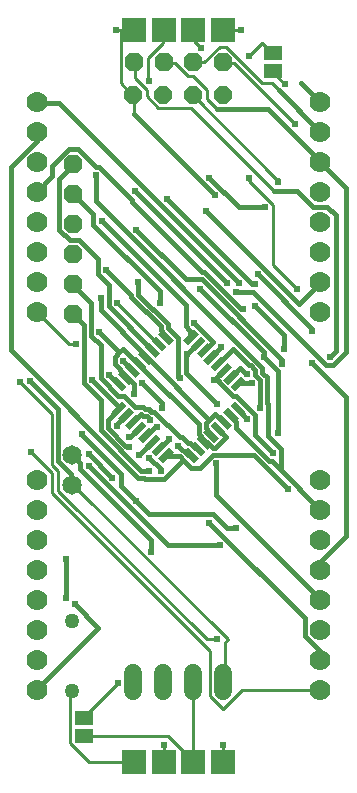
<source format=gbl>
G75*
G70*
%OFA0B0*%
%FSLAX24Y24*%
%IPPOS*%
%LPD*%
%AMOC8*
5,1,8,0,0,1.08239X$1,22.5*
%
%ADD10C,0.0700*%
%ADD11R,0.0500X0.0220*%
%ADD12R,0.0220X0.0500*%
%ADD13R,0.0630X0.0460*%
%ADD14C,0.0600*%
%ADD15OC8,0.0594*%
%ADD16R,0.0787X0.0787*%
%ADD17C,0.0500*%
%ADD18C,0.0650*%
%ADD19OC8,0.0630*%
%ADD20C,0.0100*%
%ADD21C,0.0240*%
%ADD22C,0.0150*%
D10*
X001700Y004224D03*
X001700Y005224D03*
X001700Y006224D03*
X001700Y007224D03*
X001700Y008224D03*
X001700Y009224D03*
X001700Y010224D03*
X001700Y011224D03*
X001700Y016823D03*
X001700Y017823D03*
X001700Y018823D03*
X001700Y019823D03*
X001700Y020823D03*
X001700Y021823D03*
X001700Y022823D03*
X001700Y023823D03*
X011149Y023823D03*
X011149Y022823D03*
X011149Y021823D03*
X011149Y020823D03*
X011149Y019823D03*
X011149Y018823D03*
X011149Y017823D03*
X011149Y016823D03*
X011149Y011224D03*
X011149Y010224D03*
X011149Y009224D03*
X011149Y008224D03*
X011149Y007224D03*
X011149Y006224D03*
X011149Y005224D03*
X011149Y004224D03*
D11*
G36*
X007187Y012749D02*
X007539Y012397D01*
X007383Y012241D01*
X007031Y012593D01*
X007187Y012749D01*
G37*
G36*
X006964Y012526D02*
X007316Y012174D01*
X007160Y012018D01*
X006808Y012370D01*
X006964Y012526D01*
G37*
G36*
X006742Y012303D02*
X007094Y011951D01*
X006938Y011795D01*
X006586Y012147D01*
X006742Y012303D01*
G37*
G36*
X007410Y012971D02*
X007762Y012619D01*
X007606Y012463D01*
X007254Y012815D01*
X007410Y012971D01*
G37*
G36*
X007633Y013194D02*
X007985Y012842D01*
X007829Y012686D01*
X007477Y013038D01*
X007633Y013194D01*
G37*
G36*
X007855Y013417D02*
X008207Y013065D01*
X008051Y012909D01*
X007699Y013261D01*
X007855Y013417D01*
G37*
G36*
X008078Y013639D02*
X008430Y013287D01*
X008274Y013131D01*
X007922Y013483D01*
X008078Y013639D01*
G37*
G36*
X008301Y013862D02*
X008653Y013510D01*
X008497Y013354D01*
X008145Y013706D01*
X008301Y013862D01*
G37*
G36*
X005911Y016252D02*
X006263Y015900D01*
X006107Y015744D01*
X005755Y016096D01*
X005911Y016252D01*
G37*
G36*
X005688Y016029D02*
X006040Y015677D01*
X005884Y015521D01*
X005532Y015873D01*
X005688Y016029D01*
G37*
G36*
X005465Y015807D02*
X005817Y015455D01*
X005661Y015299D01*
X005309Y015651D01*
X005465Y015807D01*
G37*
G36*
X005243Y015584D02*
X005595Y015232D01*
X005439Y015076D01*
X005087Y015428D01*
X005243Y015584D01*
G37*
G36*
X005020Y015361D02*
X005372Y015009D01*
X005216Y014853D01*
X004864Y015205D01*
X005020Y015361D01*
G37*
G36*
X004797Y015139D02*
X005149Y014787D01*
X004993Y014631D01*
X004641Y014983D01*
X004797Y015139D01*
G37*
G36*
X004574Y014916D02*
X004926Y014564D01*
X004770Y014408D01*
X004418Y014760D01*
X004574Y014916D01*
G37*
G36*
X004352Y014693D02*
X004704Y014341D01*
X004548Y014185D01*
X004196Y014537D01*
X004352Y014693D01*
G37*
D12*
G36*
X004548Y013862D02*
X004704Y013706D01*
X004352Y013354D01*
X004196Y013510D01*
X004548Y013862D01*
G37*
G36*
X004770Y013639D02*
X004926Y013483D01*
X004574Y013131D01*
X004418Y013287D01*
X004770Y013639D01*
G37*
G36*
X004993Y013417D02*
X005149Y013261D01*
X004797Y012909D01*
X004641Y013065D01*
X004993Y013417D01*
G37*
G36*
X005216Y013194D02*
X005372Y013038D01*
X005020Y012686D01*
X004864Y012842D01*
X005216Y013194D01*
G37*
G36*
X005439Y012971D02*
X005595Y012815D01*
X005243Y012463D01*
X005087Y012619D01*
X005439Y012971D01*
G37*
G36*
X005661Y012749D02*
X005817Y012593D01*
X005465Y012241D01*
X005309Y012397D01*
X005661Y012749D01*
G37*
G36*
X005884Y012526D02*
X006040Y012370D01*
X005688Y012018D01*
X005532Y012174D01*
X005884Y012526D01*
G37*
G36*
X006107Y012303D02*
X006263Y012147D01*
X005911Y011795D01*
X005755Y011951D01*
X006107Y012303D01*
G37*
G36*
X007606Y015584D02*
X007762Y015428D01*
X007410Y015076D01*
X007254Y015232D01*
X007606Y015584D01*
G37*
G36*
X007829Y015361D02*
X007985Y015205D01*
X007633Y014853D01*
X007477Y015009D01*
X007829Y015361D01*
G37*
G36*
X008051Y015139D02*
X008207Y014983D01*
X007855Y014631D01*
X007699Y014787D01*
X008051Y015139D01*
G37*
G36*
X008274Y014916D02*
X008430Y014760D01*
X008078Y014408D01*
X007922Y014564D01*
X008274Y014916D01*
G37*
G36*
X008497Y014693D02*
X008653Y014537D01*
X008301Y014185D01*
X008145Y014341D01*
X008497Y014693D01*
G37*
G36*
X007383Y015807D02*
X007539Y015651D01*
X007187Y015299D01*
X007031Y015455D01*
X007383Y015807D01*
G37*
G36*
X007160Y016029D02*
X007316Y015873D01*
X006964Y015521D01*
X006808Y015677D01*
X007160Y016029D01*
G37*
G36*
X006938Y016252D02*
X007094Y016096D01*
X006742Y015744D01*
X006586Y015900D01*
X006938Y016252D01*
G37*
D13*
X009574Y024846D03*
X009574Y025446D03*
X003275Y003300D03*
X003275Y002700D03*
D14*
X004924Y004200D02*
X004924Y004800D01*
X005924Y004800D02*
X005924Y004200D01*
X006924Y004200D02*
X006924Y004800D01*
X007924Y004800D02*
X007924Y004200D01*
D15*
X007924Y024054D03*
X006924Y024054D03*
X005924Y024054D03*
X004924Y024054D03*
D16*
X004948Y026228D03*
X005932Y026228D03*
X006916Y026228D03*
X007901Y026228D03*
X007901Y001819D03*
X006916Y001819D03*
X005932Y001819D03*
X004948Y001819D03*
D17*
X002881Y004181D03*
X002881Y006543D03*
D18*
X002881Y011055D03*
X002881Y012055D03*
D19*
X002920Y016756D03*
X002920Y017756D03*
X002920Y018756D03*
X002920Y019756D03*
X002920Y020756D03*
X002920Y021756D03*
X004948Y025146D03*
X005932Y025146D03*
X006916Y025146D03*
X007901Y025146D03*
D20*
X001700Y004224D02*
X001700Y004220D01*
X001700Y004224D02*
X001700Y004260D01*
X002802Y004102D02*
X002802Y002449D01*
X003432Y001819D01*
X004948Y001819D01*
X005932Y001819D02*
X005952Y001858D01*
X005952Y002409D01*
X006070Y002685D02*
X006897Y001858D01*
X006916Y001819D01*
X006897Y001898D01*
X006897Y004496D01*
X006924Y004500D01*
X007487Y004024D02*
X007487Y005520D01*
X002212Y010795D01*
X002212Y011465D01*
X001503Y012173D01*
X002212Y011740D02*
X002212Y013433D01*
X001149Y014496D01*
X002763Y015756D02*
X001700Y016819D01*
X001700Y016823D01*
X002763Y015756D02*
X002999Y015756D01*
X004377Y017134D02*
X005716Y015795D01*
X005755Y015795D01*
X005786Y015775D01*
X002920Y011071D02*
X002881Y011055D01*
X002920Y011071D02*
X008078Y005913D01*
X007960Y005795D01*
X007960Y004535D01*
X007924Y004500D01*
X007487Y004024D02*
X007920Y003591D01*
X008550Y004220D01*
X011149Y004220D01*
X011149Y004224D01*
X007920Y002409D02*
X007920Y001858D01*
X007901Y001819D01*
X007920Y001819D01*
X006916Y001819D02*
X006897Y001819D01*
X006070Y002685D02*
X003275Y002685D01*
X003275Y002700D01*
X003275Y003300D02*
X003275Y003315D01*
X004416Y004457D01*
X002881Y004181D02*
X002802Y004102D01*
X007369Y005913D02*
X002408Y010874D01*
X002408Y011543D01*
X002212Y011740D01*
X005932Y001819D02*
X005952Y001819D01*
X007369Y005913D02*
X007723Y005913D01*
X010361Y017606D02*
X009574Y018394D01*
X009574Y020402D01*
X008786Y021189D01*
X008786Y021307D01*
X009613Y020874D02*
X006857Y023630D01*
X005755Y023630D01*
X005361Y024024D01*
X005361Y024220D01*
X004968Y024614D01*
X004968Y025126D01*
X004948Y025146D01*
X005401Y025283D02*
X005401Y024575D01*
X005440Y024535D01*
X005401Y025283D02*
X005912Y025795D01*
X005912Y026228D01*
X005932Y026228D01*
X005932Y025146D02*
X005952Y025126D01*
X006306Y025126D01*
X006739Y024693D01*
X006897Y024693D01*
X007369Y024220D01*
X007369Y023945D01*
X007723Y023591D01*
X007920Y025126D02*
X007901Y025146D01*
X007920Y025126D02*
X008275Y025126D01*
X010322Y023079D01*
X009771Y024220D02*
X009534Y024457D01*
X009219Y024457D01*
X007999Y025677D01*
X007802Y025677D01*
X007290Y025165D01*
X006936Y025165D01*
X006916Y025146D01*
X007172Y025638D02*
X006936Y025874D01*
X006936Y026228D01*
X006916Y026228D01*
X007901Y026228D02*
X008511Y026228D01*
X009219Y025795D02*
X008786Y025362D01*
X009219Y025795D02*
X009574Y025441D01*
X009574Y025446D01*
X009574Y024846D02*
X009574Y024811D01*
X009968Y024417D01*
X006936Y024024D02*
X009692Y021268D01*
X009731Y021150D01*
X006936Y024024D02*
X006924Y024054D01*
X004928Y024024D02*
X004928Y023433D01*
X004928Y024024D02*
X004924Y024054D01*
X004889Y024063D01*
X004495Y024457D01*
X004495Y026228D01*
X004948Y026228D01*
X004495Y026228D02*
X004338Y026228D01*
D21*
X004338Y026228D03*
X005440Y024535D03*
X007172Y025638D03*
X008511Y026228D03*
X008786Y025362D03*
X009968Y024417D03*
X010322Y023079D03*
X009731Y021150D03*
X009298Y020323D03*
X008786Y021307D03*
X007645Y020717D03*
X007330Y020205D03*
X007448Y021307D03*
X006031Y020598D03*
X004968Y020874D03*
X005007Y019575D03*
X005086Y017843D03*
X004377Y017134D03*
X004023Y018236D03*
X003826Y017291D03*
X003786Y016150D03*
X004101Y014732D03*
X003550Y014575D03*
X002999Y015756D03*
X003196Y012764D03*
X003432Y012094D03*
X003432Y011701D03*
X004219Y011307D03*
X004771Y012331D03*
X004771Y012646D03*
X004377Y013039D03*
X004928Y014102D03*
X005204Y014457D03*
X005479Y013236D03*
X005716Y013000D03*
X005873Y013630D03*
X006109Y012606D03*
X006424Y012370D03*
X005834Y011543D03*
X005440Y011543D03*
X005440Y011976D03*
X005125Y012055D03*
X005007Y010520D03*
X005519Y008827D03*
X007448Y009811D03*
X007802Y009063D03*
X008353Y009614D03*
X007684Y011780D03*
X007723Y013748D03*
X007605Y014575D03*
X007842Y015677D03*
X008590Y016937D03*
X008353Y017488D03*
X008432Y017803D03*
X008038Y017803D03*
X007133Y017606D03*
X006936Y016465D03*
X006700Y015441D03*
X006464Y014614D03*
X005794Y017134D03*
X004574Y015205D03*
X003865Y019850D03*
X003668Y021386D03*
X001464Y014535D03*
X001149Y014496D03*
X001503Y012173D03*
X002684Y008591D03*
X002684Y007291D03*
X002960Y007094D03*
X004416Y004457D03*
X005952Y002409D03*
X007723Y005913D03*
X007920Y002409D03*
X010086Y010913D03*
X009574Y012134D03*
X009731Y012803D03*
X009141Y013630D03*
X008865Y014457D03*
X008708Y014772D03*
X009259Y015323D03*
X009889Y015087D03*
X009928Y015598D03*
X010873Y015126D03*
X010873Y016189D03*
X011464Y015323D03*
X010361Y017606D03*
X009062Y018079D03*
X008983Y017764D03*
X008983Y017016D03*
X008708Y013276D03*
D22*
X008432Y013551D01*
X008432Y013591D01*
X008399Y013608D01*
X008353Y014024D02*
X008235Y014024D01*
X007763Y014496D01*
X007763Y014535D01*
X007684Y014614D01*
X007645Y014575D01*
X007605Y014575D01*
X007684Y014614D02*
X007920Y014850D01*
X007953Y014885D01*
X007763Y015126D02*
X007731Y015107D01*
X007763Y015126D02*
X008235Y015598D01*
X008786Y015047D01*
X008826Y015047D01*
X008983Y014890D01*
X008983Y014732D01*
X009141Y014575D01*
X009141Y013630D01*
X009377Y013787D02*
X009416Y013748D01*
X009416Y012685D01*
X009849Y012252D01*
X009849Y011622D01*
X009810Y011583D01*
X009534Y011858D01*
X009456Y011858D01*
X008353Y012961D01*
X008353Y013157D01*
X008196Y013315D01*
X008196Y013354D01*
X008176Y013385D01*
X007953Y013163D02*
X007920Y013157D01*
X007645Y013433D01*
X007448Y013236D01*
X005361Y015323D01*
X005341Y015330D01*
X005322Y015402D01*
X003826Y016898D01*
X003826Y017291D01*
X003511Y017134D02*
X002920Y017724D01*
X002920Y017756D01*
X002920Y016756D02*
X002920Y016740D01*
X003275Y016386D01*
X003275Y014457D01*
X003826Y013906D01*
X003826Y012882D01*
X005164Y011543D01*
X005440Y011543D01*
X005282Y011307D02*
X005322Y011268D01*
X005952Y011268D01*
X006582Y011898D01*
X006464Y012016D01*
X006031Y012016D01*
X006009Y012049D01*
X005786Y012272D02*
X005794Y012291D01*
X006109Y012606D01*
X006464Y012646D02*
X005597Y013512D01*
X005519Y013512D01*
X005440Y013591D01*
X005322Y013591D01*
X005243Y013669D01*
X004968Y013669D01*
X004613Y014024D01*
X004416Y014024D01*
X003826Y014614D01*
X003826Y015717D01*
X003511Y016031D01*
X003511Y017134D01*
X003786Y016150D02*
X004456Y015480D01*
X004298Y015323D01*
X004298Y015087D01*
X004653Y014732D01*
X004653Y014693D01*
X004672Y014662D01*
X004731Y014614D01*
X004928Y014417D01*
X004928Y014102D01*
X005204Y014457D02*
X005873Y013787D01*
X005873Y013630D01*
X005676Y013039D02*
X005716Y013000D01*
X005676Y013039D02*
X005361Y012724D01*
X005341Y012717D01*
X005563Y012495D02*
X005558Y012488D01*
X005125Y012055D01*
X004771Y012331D02*
X004731Y012370D01*
X004653Y012370D01*
X004062Y012961D01*
X004062Y013236D01*
X004416Y013591D01*
X004450Y013608D01*
X004416Y013669D01*
X004416Y013709D01*
X003550Y014575D01*
X004101Y014732D02*
X004377Y014457D01*
X004416Y014457D01*
X004450Y014439D01*
X004889Y014890D02*
X004574Y015205D01*
X004456Y015480D02*
X004574Y015598D01*
X005086Y015087D01*
X005118Y015107D01*
X005125Y015047D01*
X007094Y013079D01*
X007094Y012764D01*
X007290Y012567D01*
X007285Y012495D01*
X007290Y012488D01*
X007369Y012488D01*
X007566Y012291D01*
X007645Y012291D01*
X007999Y012646D01*
X007723Y012921D01*
X007731Y012940D01*
X007487Y012803D02*
X007330Y012961D01*
X007330Y013118D01*
X007448Y013236D01*
X007487Y012803D02*
X007487Y012724D01*
X007508Y012717D01*
X007566Y012055D02*
X008944Y012055D01*
X010086Y010913D01*
X009810Y011583D02*
X011149Y010244D01*
X011149Y010224D01*
X012015Y009378D02*
X011149Y008512D01*
X011149Y008224D01*
X011149Y007252D02*
X011149Y007224D01*
X011149Y007252D02*
X007684Y010717D01*
X007684Y011780D01*
X007566Y012055D02*
X007133Y011622D01*
X006857Y011622D01*
X006582Y011898D01*
X006739Y012055D02*
X006424Y012370D01*
X006464Y012646D02*
X006542Y012646D01*
X006739Y012449D01*
X006818Y012449D01*
X006975Y012291D01*
X007054Y012291D01*
X007062Y012272D01*
X006840Y012049D02*
X006818Y012055D01*
X006739Y012055D01*
X005834Y011583D02*
X005440Y011976D01*
X005282Y011307D02*
X005086Y011307D01*
X000834Y015559D01*
X000834Y021661D01*
X001700Y022528D01*
X001700Y022823D01*
X001700Y023787D02*
X001700Y023823D01*
X001700Y023787D02*
X002448Y023787D01*
X008432Y017803D01*
X008353Y017488D02*
X008905Y017488D01*
X011345Y015047D01*
X011582Y015047D01*
X012015Y015480D01*
X012015Y020953D01*
X011188Y021780D01*
X011149Y021823D01*
X011149Y021858D01*
X009416Y023591D01*
X007723Y023591D01*
X007448Y021307D02*
X008432Y020323D01*
X009298Y020323D01*
X009613Y020874D02*
X010361Y020874D01*
X010912Y020323D01*
X011385Y020323D01*
X011660Y020047D01*
X011660Y015520D01*
X011464Y015323D01*
X010873Y015126D02*
X012015Y013984D01*
X012015Y009378D01*
X010637Y006622D02*
X007448Y009811D01*
X007566Y010087D02*
X005440Y010087D01*
X005007Y010520D01*
X004495Y011031D01*
X004495Y011425D01*
X003196Y012724D01*
X003196Y012764D01*
X003432Y012094D02*
X004219Y011307D01*
X004771Y012646D02*
X004810Y012646D01*
X005086Y012921D01*
X005118Y012940D01*
X004895Y013163D02*
X004928Y013197D01*
X005164Y013433D01*
X005243Y013354D01*
X005361Y013354D01*
X005479Y013236D01*
X004895Y014885D02*
X004889Y014890D01*
X005563Y015553D02*
X005558Y015559D01*
X004101Y017016D01*
X004101Y017724D01*
X003747Y018079D01*
X003747Y018591D01*
X003117Y019220D01*
X002802Y019220D01*
X002448Y019575D01*
X002448Y021268D01*
X002920Y021740D01*
X002920Y021756D01*
X002763Y022252D02*
X002212Y021701D01*
X002212Y021346D01*
X001700Y020835D01*
X001700Y020823D01*
X002763Y022252D02*
X003078Y022252D01*
X003668Y021661D01*
X003786Y021661D01*
X004889Y020559D01*
X004889Y020480D01*
X007212Y018157D01*
X007290Y018157D01*
X008511Y016937D01*
X008590Y016937D01*
X008983Y017016D02*
X009928Y016071D01*
X009928Y015598D01*
X009889Y015244D02*
X007212Y017921D01*
X006660Y017921D01*
X005007Y019575D01*
X004968Y020874D02*
X008038Y017803D01*
X008865Y017764D02*
X006031Y020598D01*
X007645Y020717D02*
X004928Y023433D01*
X003668Y021386D02*
X003668Y020520D01*
X009219Y014969D01*
X009219Y014811D01*
X009377Y014654D01*
X009377Y013787D01*
X008983Y013394D02*
X008983Y012724D01*
X009574Y012134D01*
X009731Y012803D02*
X009731Y014850D01*
X009259Y015323D01*
X009259Y015480D01*
X007133Y017606D01*
X006660Y017055D02*
X006660Y016346D01*
X006818Y016189D01*
X006818Y016031D01*
X006840Y015998D01*
X007062Y015775D02*
X007054Y015756D01*
X006719Y015421D01*
X006700Y015441D01*
X006719Y015421D02*
X006660Y015362D01*
X006660Y014811D01*
X007723Y013748D01*
X008176Y014662D02*
X008196Y014693D01*
X008471Y014969D01*
X008668Y014772D01*
X008708Y014772D01*
X008865Y014457D02*
X008432Y014457D01*
X008399Y014439D01*
X008353Y014024D02*
X008983Y013394D01*
X009889Y015087D02*
X009889Y015244D01*
X010440Y017094D02*
X007330Y020205D01*
X008865Y017764D02*
X008983Y017764D01*
X009062Y018079D02*
X010873Y016268D01*
X010873Y016189D01*
X010440Y017094D02*
X011149Y017803D01*
X011149Y017823D01*
X009731Y021150D02*
X009731Y021228D01*
X011149Y022823D02*
X011149Y022843D01*
X009771Y024220D01*
X010519Y024457D02*
X011149Y023827D01*
X011149Y023823D01*
X006936Y016465D02*
X007566Y015835D01*
X007290Y015559D01*
X007285Y015553D01*
X007527Y015362D02*
X007508Y015330D01*
X007527Y015362D02*
X007842Y015677D01*
X006660Y017055D02*
X003865Y019850D01*
X003590Y019732D02*
X003590Y020087D01*
X002920Y020756D01*
X003590Y019732D02*
X005794Y017528D01*
X005794Y017134D01*
X005086Y017409D02*
X006070Y016425D01*
X006070Y016307D01*
X006424Y015953D01*
X006424Y014654D01*
X006464Y014614D01*
X006009Y015998D02*
X005991Y016031D01*
X005991Y016071D01*
X005834Y016228D01*
X005834Y016346D01*
X004849Y017331D01*
X004849Y017409D01*
X004023Y018236D01*
X005086Y017843D02*
X005086Y017409D01*
X004672Y013385D02*
X004653Y013354D01*
X004377Y013079D01*
X004377Y013039D01*
X003432Y011701D02*
X006070Y009063D01*
X007802Y009063D01*
X008038Y009614D02*
X007566Y010087D01*
X008038Y009614D02*
X008353Y009614D01*
X010637Y006622D02*
X010637Y006031D01*
X011149Y005520D01*
X011149Y005224D01*
X005834Y011543D02*
X005834Y011583D01*
X005519Y009220D02*
X003156Y011583D01*
X003156Y011780D01*
X002881Y012055D01*
X002408Y011858D02*
X002842Y011425D01*
X002842Y011110D01*
X002881Y011055D01*
X002408Y011858D02*
X002408Y013591D01*
X001464Y014535D01*
X002684Y008591D02*
X002684Y007291D01*
X002960Y007094D02*
X003747Y006307D01*
X001700Y004260D01*
X005519Y008827D02*
X005519Y009220D01*
M02*

</source>
